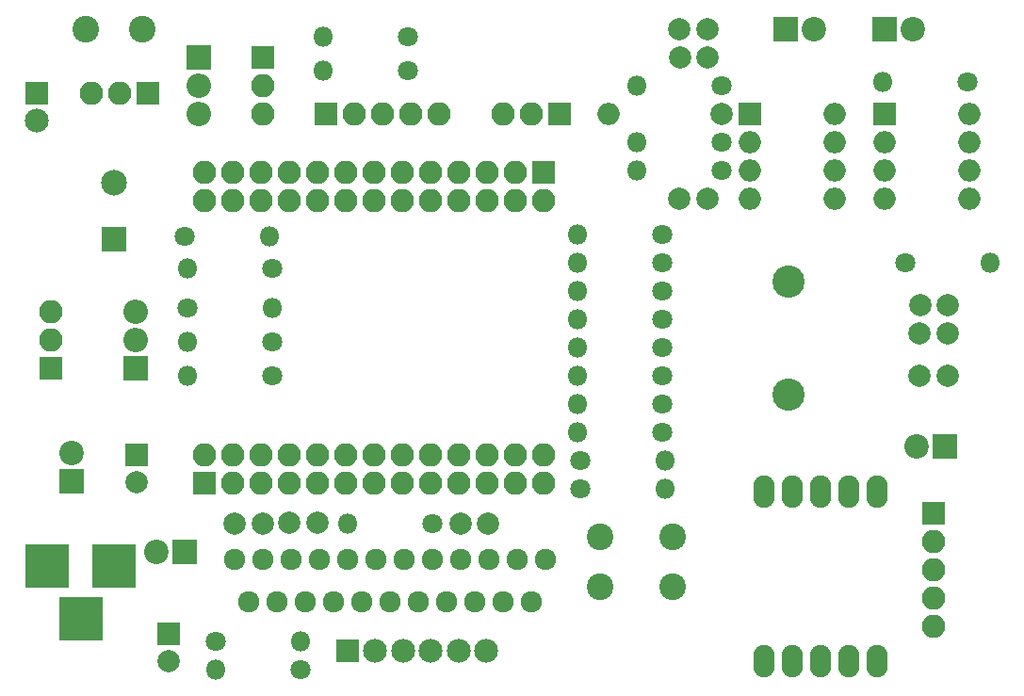
<source format=gts>
G04 #@! TF.GenerationSoftware,KiCad,Pcbnew,5.0.0*
G04 #@! TF.CreationDate,2018-10-17T23:37:25+09:00*
G04 #@! TF.ProjectId,CheeseUnua,436865657365556E75612E6B69636164,rev?*
G04 #@! TF.SameCoordinates,Original*
G04 #@! TF.FileFunction,Soldermask,Top*
G04 #@! TF.FilePolarity,Negative*
%FSLAX46Y46*%
G04 Gerber Fmt 4.6, Leading zero omitted, Abs format (unit mm)*
G04 Created by KiCad (PCBNEW 5.0.0) date Wed Oct 17 23:37:25 2018*
%MOMM*%
%LPD*%
G01*
G04 APERTURE LIST*
%ADD10C,2.000000*%
%ADD11R,2.000000X2.000000*%
%ADD12R,2.200000X2.200000*%
%ADD13C,2.200000*%
%ADD14R,3.900000X3.900000*%
%ADD15R,2.150000X2.150000*%
%ADD16C,2.150000*%
%ADD17R,2.100000X2.100000*%
%ADD18O,2.100000X2.100000*%
%ADD19R,2.305000X2.305000*%
%ADD20C,2.305000*%
%ADD21C,2.899360*%
%ADD22O,2.200000X2.200000*%
%ADD23C,1.924000*%
%ADD24O,1.924000X2.924000*%
%ADD25O,2.000000X2.000000*%
%ADD26C,2.400000*%
%ADD27O,1.800000X1.800000*%
%ADD28C,1.800000*%
G04 APERTURE END LIST*
D10*
G04 #@! TO.C,C1*
X104775000Y-112395000D03*
X102275000Y-112395000D03*
G04 #@! TD*
G04 #@! TO.C,C2*
X107188000Y-112268000D03*
X109688000Y-112268000D03*
G04 #@! TD*
G04 #@! TO.C,C3*
X122555000Y-112395000D03*
X125055000Y-112395000D03*
G04 #@! TD*
D11*
G04 #@! TO.C,C4*
X93472000Y-106172000D03*
D10*
X93472000Y-108672000D03*
G04 #@! TD*
G04 #@! TO.C,C5*
X163830000Y-99060000D03*
X166330000Y-99060000D03*
G04 #@! TD*
D11*
G04 #@! TO.C,C6*
X96367600Y-122276000D03*
D10*
X96367600Y-124776000D03*
G04 #@! TD*
G04 #@! TO.C,C7*
X142240000Y-83185000D03*
X144740000Y-83185000D03*
G04 #@! TD*
G04 #@! TO.C,C8*
X166370000Y-92710000D03*
X163870000Y-92710000D03*
G04 #@! TD*
G04 #@! TO.C,C9*
X142240000Y-67945000D03*
X144740000Y-67945000D03*
G04 #@! TD*
G04 #@! TO.C,C10*
X144780000Y-70485000D03*
X142280000Y-70485000D03*
G04 #@! TD*
G04 #@! TO.C,C11*
X163830000Y-95250000D03*
X166330000Y-95250000D03*
G04 #@! TD*
D12*
G04 #@! TO.C,D1*
X97790000Y-114935000D03*
D13*
X95250000Y-114935000D03*
G04 #@! TD*
D12*
G04 #@! TO.C,D2*
X87630000Y-108585000D03*
D13*
X87630000Y-106045000D03*
G04 #@! TD*
D12*
G04 #@! TO.C,D3*
X166116000Y-105410000D03*
D13*
X163576000Y-105410000D03*
G04 #@! TD*
D12*
G04 #@! TO.C,D4*
X151765000Y-67945000D03*
D13*
X154305000Y-67945000D03*
G04 #@! TD*
D14*
G04 #@! TO.C,J1*
X91440000Y-116205000D03*
X85440000Y-116205000D03*
X88440000Y-120905000D03*
G04 #@! TD*
D15*
G04 #@! TO.C,J2*
X84455000Y-73660000D03*
D16*
X84455000Y-76160000D03*
G04 #@! TD*
D17*
G04 #@! TO.C,J7*
X99568000Y-108712000D03*
D18*
X99568000Y-106172000D03*
X102108000Y-108712000D03*
X102108000Y-106172000D03*
X104648000Y-108712000D03*
X104648000Y-106172000D03*
X107188000Y-108712000D03*
X107188000Y-106172000D03*
X109728000Y-108712000D03*
X109728000Y-106172000D03*
X112268000Y-108712000D03*
X112268000Y-106172000D03*
X114808000Y-108712000D03*
X114808000Y-106172000D03*
X117348000Y-108712000D03*
X117348000Y-106172000D03*
X119888000Y-108712000D03*
X119888000Y-106172000D03*
X122428000Y-108712000D03*
X122428000Y-106172000D03*
X124968000Y-108712000D03*
X124968000Y-106172000D03*
X127508000Y-108712000D03*
X127508000Y-106172000D03*
X130048000Y-108712000D03*
X130048000Y-106172000D03*
G04 #@! TD*
D17*
G04 #@! TO.C,J8*
X130048000Y-80772000D03*
D18*
X130048000Y-83312000D03*
X127508000Y-80772000D03*
X127508000Y-83312000D03*
X124968000Y-80772000D03*
X124968000Y-83312000D03*
X122428000Y-80772000D03*
X122428000Y-83312000D03*
X119888000Y-80772000D03*
X119888000Y-83312000D03*
X117348000Y-80772000D03*
X117348000Y-83312000D03*
X114808000Y-80772000D03*
X114808000Y-83312000D03*
X112268000Y-80772000D03*
X112268000Y-83312000D03*
X109728000Y-80772000D03*
X109728000Y-83312000D03*
X107188000Y-80772000D03*
X107188000Y-83312000D03*
X104648000Y-80772000D03*
X104648000Y-83312000D03*
X102108000Y-80772000D03*
X102108000Y-83312000D03*
X99568000Y-80772000D03*
X99568000Y-83312000D03*
G04 #@! TD*
D19*
G04 #@! TO.C,L1*
X91440000Y-86766400D03*
D20*
X91440000Y-81686400D03*
G04 #@! TD*
D21*
G04 #@! TO.C,LS1*
X152044000Y-90576400D03*
X152044000Y-100736400D03*
G04 #@! TD*
D12*
G04 #@! TO.C,Q1*
X99060000Y-70485000D03*
D22*
X99060000Y-73025000D03*
X99060000Y-75565000D03*
G04 #@! TD*
D12*
G04 #@! TO.C,Q2*
X93345000Y-98425000D03*
D22*
X93345000Y-95885000D03*
X93345000Y-93345000D03*
G04 #@! TD*
D17*
G04 #@! TO.C,SW2*
X104775000Y-70485000D03*
D18*
X104775000Y-73025000D03*
X104775000Y-75565000D03*
G04 #@! TD*
D23*
G04 #@! TO.C,U2*
X130175000Y-115570000D03*
X128905000Y-119380000D03*
X127635000Y-115570000D03*
X126365000Y-119380000D03*
X125095000Y-115570000D03*
X123825000Y-119380000D03*
X122555000Y-115570000D03*
X121285000Y-119380000D03*
X120015000Y-115570000D03*
X118745000Y-119380000D03*
X117475000Y-115570000D03*
X116205000Y-119380000D03*
X114935000Y-115570000D03*
X113665000Y-119380000D03*
X112395000Y-115570000D03*
X111125000Y-119380000D03*
X109855000Y-115570000D03*
X108585000Y-119380000D03*
X107315000Y-115570000D03*
X106045000Y-119380000D03*
X104775000Y-115570000D03*
X103505000Y-119380000D03*
X102235000Y-115570000D03*
G04 #@! TD*
D24*
G04 #@! TO.C,U3*
X149860000Y-124714000D03*
X152400000Y-124714000D03*
X154940000Y-124714000D03*
X157480000Y-124714000D03*
X160020000Y-124714000D03*
X160020000Y-109474000D03*
X157480000Y-109474000D03*
X154940000Y-109474000D03*
X152400000Y-109474000D03*
X149860000Y-109474000D03*
G04 #@! TD*
D11*
G04 #@! TO.C,U4*
X160655000Y-75565000D03*
D25*
X168275000Y-83185000D03*
X160655000Y-78105000D03*
X168275000Y-80645000D03*
X160655000Y-80645000D03*
X168275000Y-78105000D03*
X160655000Y-83185000D03*
X168275000Y-75565000D03*
G04 #@! TD*
D11*
G04 #@! TO.C,U5*
X148590000Y-75565000D03*
D25*
X156210000Y-83185000D03*
X148590000Y-78105000D03*
X156210000Y-80645000D03*
X148590000Y-80645000D03*
X156210000Y-78105000D03*
X148590000Y-83185000D03*
X156210000Y-75565000D03*
G04 #@! TD*
D17*
G04 #@! TO.C,U1*
X85725000Y-98425000D03*
D18*
X85725000Y-95885000D03*
X85725000Y-93345000D03*
G04 #@! TD*
D26*
G04 #@! TO.C,F1*
X93980000Y-67945000D03*
X88900000Y-67935000D03*
G04 #@! TD*
D17*
G04 #@! TO.C,J3*
X165100000Y-111404000D03*
D18*
X165100000Y-113944000D03*
X165100000Y-116484000D03*
X165100000Y-119024000D03*
X165100000Y-121564000D03*
G04 #@! TD*
D17*
G04 #@! TO.C,J4*
X131445000Y-75565000D03*
D18*
X128905000Y-75565000D03*
X126365000Y-75565000D03*
G04 #@! TD*
D17*
G04 #@! TO.C,J6*
X110490000Y-75565000D03*
D18*
X113030000Y-75565000D03*
X115570000Y-75565000D03*
X118110000Y-75565000D03*
X120650000Y-75565000D03*
G04 #@! TD*
D12*
G04 #@! TO.C,D6*
X160655000Y-67945000D03*
D13*
X163195000Y-67945000D03*
G04 #@! TD*
D26*
G04 #@! TO.C,SW3*
X135128000Y-118038000D03*
X135128000Y-113538000D03*
X141628000Y-118038000D03*
X141628000Y-113538000D03*
G04 #@! TD*
D16*
G04 #@! TO.C,J5*
X124895000Y-123825000D03*
X122395000Y-123825000D03*
X119895000Y-123825000D03*
X117395000Y-123825000D03*
X114895000Y-123825000D03*
D15*
X112395000Y-123825000D03*
G04 #@! TD*
D27*
G04 #@! TO.C,R1*
X105410000Y-86563200D03*
D28*
X97790000Y-86563200D03*
G04 #@! TD*
G04 #@! TO.C,R2*
X105664000Y-89408000D03*
D27*
X98044000Y-89408000D03*
G04 #@! TD*
D28*
G04 #@! TO.C,R3*
X100584000Y-122936000D03*
D27*
X108204000Y-122936000D03*
G04 #@! TD*
D28*
G04 #@! TO.C,R4*
X108204000Y-125476000D03*
D27*
X100584000Y-125476000D03*
G04 #@! TD*
D28*
G04 #@! TO.C,R5*
X117856000Y-68580000D03*
D27*
X110236000Y-68580000D03*
G04 #@! TD*
D28*
G04 #@! TO.C,R6*
X120015000Y-112395000D03*
D27*
X112395000Y-112395000D03*
G04 #@! TD*
G04 #@! TO.C,R7*
X98044000Y-96012000D03*
D28*
X105664000Y-96012000D03*
G04 #@! TD*
D27*
G04 #@! TO.C,R8*
X98044000Y-99060000D03*
D28*
X105664000Y-99060000D03*
G04 #@! TD*
G04 #@! TO.C,R9*
X117856000Y-71628000D03*
D27*
X110236000Y-71628000D03*
G04 #@! TD*
G04 #@! TO.C,R10*
X140970000Y-109220000D03*
D28*
X133350000Y-109220000D03*
G04 #@! TD*
G04 #@! TO.C,R11*
X133350000Y-106680000D03*
D27*
X140970000Y-106680000D03*
G04 #@! TD*
D28*
G04 #@! TO.C,R12*
X146050000Y-80645000D03*
D27*
X138430000Y-80645000D03*
G04 #@! TD*
G04 #@! TO.C,R13*
X138430000Y-78105000D03*
D28*
X146050000Y-78105000D03*
G04 #@! TD*
D27*
G04 #@! TO.C,R14*
X170180000Y-88900000D03*
D28*
X162560000Y-88900000D03*
G04 #@! TD*
D27*
G04 #@! TO.C,R15*
X133096000Y-104140000D03*
D28*
X140716000Y-104140000D03*
G04 #@! TD*
D27*
G04 #@! TO.C,R16*
X133096000Y-101600000D03*
D28*
X140716000Y-101600000D03*
G04 #@! TD*
D27*
G04 #@! TO.C,R17*
X133096000Y-99060000D03*
D28*
X140716000Y-99060000D03*
G04 #@! TD*
G04 #@! TO.C,R18*
X140716000Y-96520000D03*
D27*
X133096000Y-96520000D03*
G04 #@! TD*
G04 #@! TO.C,R19*
X133096000Y-93980000D03*
D28*
X140716000Y-93980000D03*
G04 #@! TD*
D27*
G04 #@! TO.C,R20*
X133096000Y-91440000D03*
D28*
X140716000Y-91440000D03*
G04 #@! TD*
G04 #@! TO.C,R21*
X140716000Y-88900000D03*
D27*
X133096000Y-88900000D03*
G04 #@! TD*
G04 #@! TO.C,R22*
X133096000Y-86360000D03*
D28*
X140716000Y-86360000D03*
G04 #@! TD*
G04 #@! TO.C,R23*
X98044000Y-92964000D03*
D27*
X105664000Y-92964000D03*
G04 #@! TD*
G04 #@! TO.C,R25*
X160528000Y-72644000D03*
D28*
X168148000Y-72644000D03*
G04 #@! TD*
G04 #@! TO.C,R26*
X146050000Y-73025000D03*
D27*
X138430000Y-73025000D03*
G04 #@! TD*
D25*
G04 #@! TO.C,R24*
X135890000Y-75565000D03*
D10*
X146050000Y-75565000D03*
G04 #@! TD*
D18*
G04 #@! TO.C,JP1*
X89408000Y-73660000D03*
X91948000Y-73660000D03*
D17*
X94488000Y-73660000D03*
G04 #@! TD*
M02*

</source>
